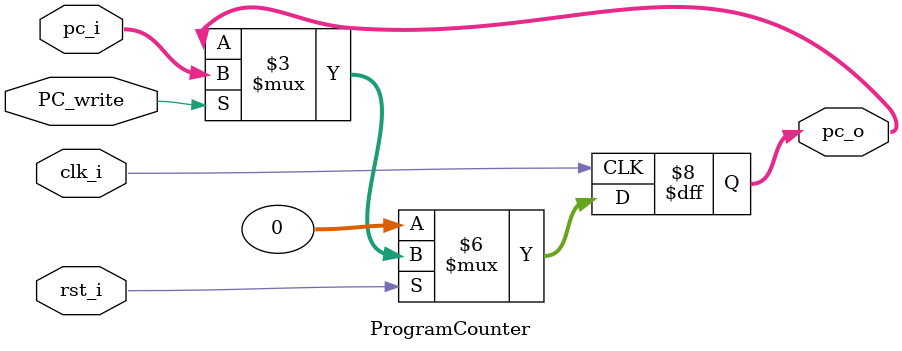
<source format=v>
`timescale 1ns/1ps

module ProgramCounter(
    input               clk_i,
    input               rst_i,
    input               PC_write,
    input      [32-1:0] pc_i,
    output reg [32-1:0] pc_o
);

//Main function
always @(posedge clk_i) begin
    if(~rst_i)
        pc_o <= 0;
    else if(PC_write)
        pc_o <= pc_i;
end

endmodule






</source>
